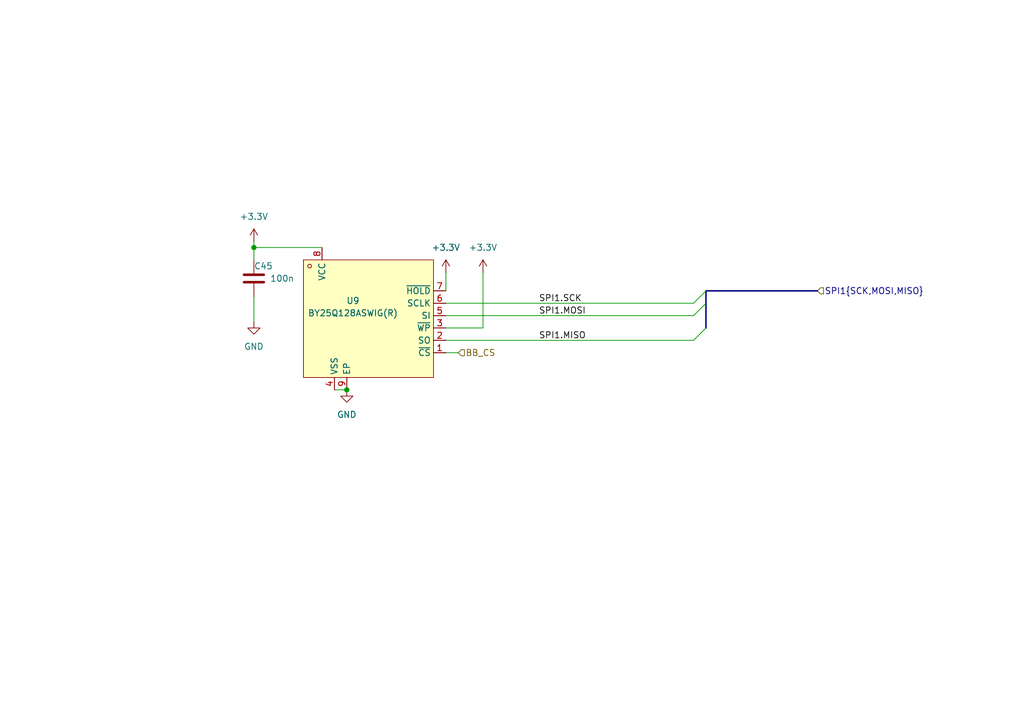
<source format=kicad_sch>
(kicad_sch (version 20250114) (generator "eeschema") (generator_version "9.0")
  (paper "A5")
  (lib_symbols
    (symbol "Device:C" (pin_numbers (hide yes)) (pin_names (offset 0.254))
      (property "Reference" "C" (at 0.635 2.54 0))
      (property "Value" "C" (at 0.635 -2.54 0))
      (symbol "C_0_1"
        (polyline (pts (xy -2.032 0.762) (xy 2.032 0.762)) (stroke (width 0.508)))
        (polyline (pts (xy -2.032 -0.762) (xy 2.032 -0.762)) (stroke (width 0.508)))
      )
      (symbol "C_1_1"
        (pin passive line (at 0 3.81 270) (length 2.794) (name "~") (number "1"))
        (pin passive line (at 0 -3.81 90) (length 2.794) (name "~") (number "2"))
      )
    )
    (symbol "lib:BY25Q128ASWIG(R)"
      (property "Reference" "U" (at 0 10.16 0))
      (property "Value" "BY25Q128ASWIG(R)" (at -0.762 -18.796 0))
      (symbol "BY25Q128ASWIG(R)_0_1"
        (rectangle (start -8.89 7.62) (end 17.78 -16.51) (fill (type background)))
        (circle (center -7.62 6.35) (radius 0.38))
        (pin unspecified line (at -5.08 10.16 270) (length 2.54) (name "VCC") (number "8"))
        (pin unspecified line (at -2.54 -19.05 90) (length 2.54) (name "VSS") (number "4"))
        (pin unspecified line (at 0 -19.05 90) (length 2.54) (name "EP") (number "9"))
        (pin unspecified line (at 20.32 1.27 180) (length 2.54) (name "~{HOLD}") (number "7"))
        (pin unspecified line (at 20.32 -1.27 180) (length 2.54) (name "SCLK") (number "6"))
        (pin unspecified line (at 20.32 -3.81 180) (length 2.54) (name "SI") (number "5"))
        (pin unspecified line (at 20.32 -6.35 180) (length 2.54) (name "~{WP}") (number "3"))
        (pin unspecified line (at 20.32 -8.89 180) (length 2.54) (name "SO") (number "2"))
        (pin unspecified line (at 20.32 -11.43 180) (length 2.54) (name "~{CS}") (number "1"))
      )
    )
    (symbol "power:+3.3V" (power) (pin_numbers (hide yes)) (pin_names (offset 0) (hide yes))
      (property "Value" "+3.3V" (at 0 3.556 0))
      (symbol "+3.3V_0_1"
        (polyline (pts (xy -0.762 1.27) (xy 0 2.54)))
        (polyline (pts (xy 0 2.54) (xy 0.762 1.27)))
        (polyline (pts (xy 0 0) (xy 0 2.54)))
      )
      (symbol "+3.3V_1_1"
        (pin power_in line (at 0 0 90) (length 0) (name "~") (number "1"))
      )
    )
    (symbol "power:GND" (power) (pin_numbers (hide yes)) (pin_names (offset 0) (hide yes))
      (property "Value" "GND" (at 0 -3.81 0))
      (symbol "GND_0_1"
        (polyline (pts (xy 0 0) (xy 0 -1.27) (xy 1.27 -1.27) (xy 0 -2.54) (xy -1.27 -1.27) (xy 0 -1.27)))
      )
      (symbol "GND_1_1"
        (pin power_in line (at 0 0 270) (length 0) (name "~") (number "1"))
      )
    )
  )
  (junction (at 52.07 50.8))
  (junction (at 71.12 80.01))
  (bus_entry (at 142.24 62.23) (size 2.54 -2.54))
  (bus_entry (at 142.24 64.77) (size 2.54 -2.54))
  (bus_entry (at 142.24 69.85) (size 2.54 -2.54))
  (bus (pts (xy 144.78 62.23) (xy 144.78 59.69)))
  (wire (pts (xy 91.44 69.85) (xy 142.24 69.85)))
  (wire (pts (xy 91.44 55.88) (xy 91.44 59.69)))
  (wire (pts (xy 52.07 49.53) (xy 52.07 50.8)))
  (bus (pts (xy 144.78 67.31) (xy 144.78 62.23)))
  (wire (pts (xy 91.44 67.31) (xy 99.06 67.31)))
  (wire (pts (xy 91.44 62.23) (xy 142.24 62.23)))
  (wire (pts (xy 52.07 50.8) (xy 66.04 50.8)))
  (wire (pts (xy 52.07 60.96) (xy 52.07 66.04)))
  (bus (pts (xy 144.78 59.69) (xy 167.64 59.69)))
  (wire (pts (xy 91.44 64.77) (xy 142.24 64.77)))
  (wire (pts (xy 99.06 55.88) (xy 99.06 67.31)))
  (wire (pts (xy 68.58 80.01) (xy 71.12 80.01)))
  (wire (pts (xy 91.44 72.39) (xy 93.98 72.39)))
  (wire (pts (xy 52.07 50.8) (xy 52.07 53.34)))
  (label "SPI1.SCK" (at 110.49 62.23 0))
  (label "SPI1.MISO" (at 110.49 69.85 0))
  (label "SPI1.MOSI" (at 110.49 64.77 0))
  (hierarchical_label "SPI1{SCK,MOSI,MISO}" (shape input) (at 167.64 59.69 0))
  (hierarchical_label "BB_CS" (shape input) (at 93.98 72.39 0))
  (symbol (lib_id "power:+3.3V") (at 99.06 55.88 0) (unit 1)
    (property "Reference" "#PWR0122" (effects (hide yes)))
    (property "Value" "+3.3V" (at 99.06 50.8 0))
    (property "Description" "Power symbol creates a global label with name \"+3.3V\"" (effects (hide yes)))
  )
  (symbol (lib_id "power:GND") (at 71.12 80.01 0) (unit 1)
    (property "Reference" "#PWR0125" (effects (hide yes)))
    (property "Value" "GND" (at 71.12 85.09 0))
    (property "Description" "Power symbol creates a global label with name \"GND\" , ground" (effects (hide yes)))
  )
  (symbol (lib_id "Device:C") (at 52.07 57.15 0) (unit 1)
    (property "Reference" "C45" (at 52.07 54.61 0) (effects (justify left)))
    (property "Value" "100n" (at 55.372 57.15 0) (effects (justify left)))
    (property "Footprint" "Capacitor_SMD:C_0402_1005Metric" (effects (hide yes)))
    (property "LCSC" "C1525" (effects (hide yes)))
  )
  (symbol (lib_id "power:GND") (at 52.07 66.04 0) (unit 1)
    (property "Reference" "#PWR0124" (effects (hide yes)))
    (property "Value" "GND" (at 52.07 71.12 0))
    (property "Description" "Power symbol creates a global label with name \"GND\" , ground" (effects (hide yes)))
  )
  (symbol (lib_id "power:+3.3V") (at 91.44 55.88 0) (unit 1)
    (property "Reference" "#PWR0120" (effects (hide yes)))
    (property "Value" "+3.3V" (at 91.44 50.8 0))
    (property "Description" "Power symbol creates a global label with name \"+3.3V\"" (effects (hide yes)))
  )
  (symbol (lib_id "power:+3.3V") (at 52.07 49.53 0) (unit 1)
    (property "Reference" "#PWR0123" (effects (hide yes)))
    (property "Value" "+3.3V" (at 52.07 44.45 0))
    (property "Description" "Power symbol creates a global label with name \"+3.3V\"" (effects (hide yes)))
  )
  (symbol (lib_id "lib:BY25Q128ASWIG(R)") (at 71.12 60.96 0) (unit 1)
    (property "Reference" "U9" (at 72.39 61.722 0))
    (property "Value" "BY25Q128ASWIG(R)" (at 72.39 64.262 0))
    (property "Footprint" "lib:WSON-8_L6.0-W5.0-P1.27-BL-EP" (effects (hide yes)))
    (property "LCSC Part" "C394872" (effects (hide yes)))
  )
)
</source>
